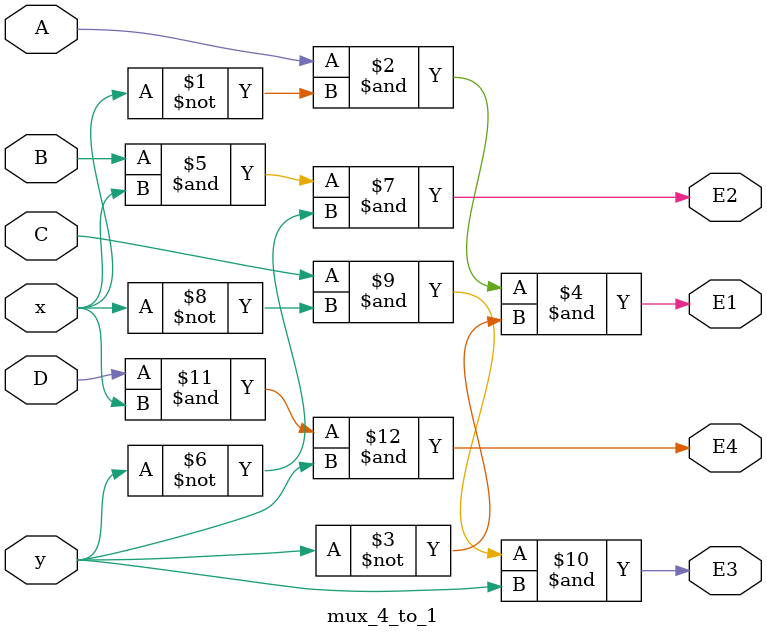
<source format=v>
`timescale 1ns / 1ps

module mux_4_to_1(
    input x,
    input y,

    input A, 
    input B,
    input C,
    input D,

    output E1, 
    output E2,
    output E3,
    output E4
);

assign E1 = (A & (~x) & (~y));
assign E2 = (B & x    & (~y));
assign E3 = (C & (~x) & y);
assign E4 = (D & x    & y);

endmodule
</source>
